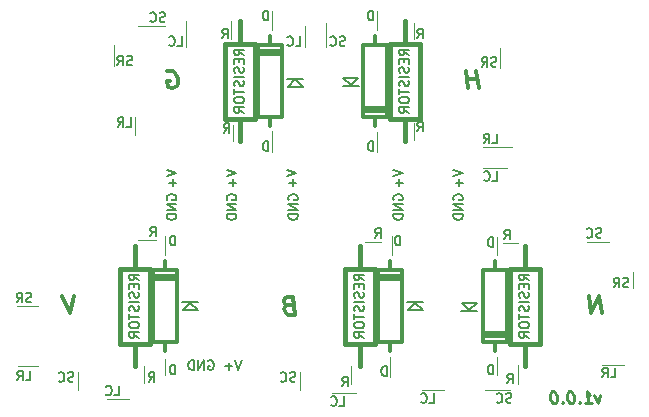
<source format=gbo>
G04 (created by PCBNEW (2013-may-18)-stable) date Sun 23 Aug 2015 10:12:23 PM EDT*
%MOIN*%
G04 Gerber Fmt 3.4, Leading zero omitted, Abs format*
%FSLAX34Y34*%
G01*
G70*
G90*
G04 APERTURE LIST*
%ADD10C,0.00590551*%
%ADD11C,0.011811*%
%ADD12C,0.00984252*%
%ADD13C,0.00393701*%
%ADD14C,0.00787402*%
%ADD15C,0.015*%
%ADD16C,0.012*%
G04 APERTURE END LIST*
G54D10*
G54D11*
X58048Y-54239D02*
X57974Y-53648D01*
X57711Y-54239D01*
X57637Y-53648D01*
X40452Y-53648D02*
X40329Y-54239D01*
X40059Y-53648D01*
X47599Y-53979D02*
X47518Y-54007D01*
X47493Y-54035D01*
X47472Y-54092D01*
X47483Y-54176D01*
X47518Y-54232D01*
X47549Y-54260D01*
X47609Y-54289D01*
X47834Y-54289D01*
X47760Y-53698D01*
X47563Y-53698D01*
X47511Y-53726D01*
X47486Y-53754D01*
X47465Y-53810D01*
X47472Y-53867D01*
X47507Y-53923D01*
X47539Y-53951D01*
X47599Y-53979D01*
X47795Y-53979D01*
X53948Y-46739D02*
X53874Y-46148D01*
X53909Y-46429D02*
X53572Y-46429D01*
X53611Y-46739D02*
X53537Y-46148D01*
G54D12*
X58000Y-56976D02*
X57939Y-57239D01*
X57813Y-56976D01*
X57489Y-57239D02*
X57714Y-57239D01*
X57602Y-57239D02*
X57553Y-56845D01*
X57597Y-56901D01*
X57639Y-56939D01*
X57679Y-56958D01*
X57316Y-57201D02*
X57300Y-57220D01*
X57321Y-57239D01*
X57337Y-57220D01*
X57316Y-57201D01*
X57321Y-57239D01*
X57009Y-56845D02*
X56971Y-56845D01*
X56936Y-56864D01*
X56920Y-56883D01*
X56906Y-56920D01*
X56896Y-56995D01*
X56908Y-57089D01*
X56936Y-57164D01*
X56960Y-57201D01*
X56981Y-57220D01*
X57021Y-57239D01*
X57058Y-57239D01*
X57093Y-57220D01*
X57110Y-57201D01*
X57124Y-57164D01*
X57133Y-57089D01*
X57121Y-56995D01*
X57093Y-56920D01*
X57070Y-56883D01*
X57049Y-56864D01*
X57009Y-56845D01*
X56754Y-57201D02*
X56737Y-57220D01*
X56758Y-57239D01*
X56775Y-57220D01*
X56754Y-57201D01*
X56758Y-57239D01*
X56447Y-56845D02*
X56409Y-56845D01*
X56374Y-56864D01*
X56357Y-56883D01*
X56343Y-56920D01*
X56334Y-56995D01*
X56346Y-57089D01*
X56374Y-57164D01*
X56397Y-57201D01*
X56418Y-57220D01*
X56458Y-57239D01*
X56496Y-57239D01*
X56531Y-57220D01*
X56547Y-57201D01*
X56561Y-57164D01*
X56571Y-57089D01*
X56559Y-56995D01*
X56531Y-56920D01*
X56507Y-56883D01*
X56486Y-56864D01*
X56447Y-56845D01*
G54D11*
X43554Y-46176D02*
X43607Y-46148D01*
X43691Y-46148D01*
X43779Y-46176D01*
X43843Y-46232D01*
X43878Y-46289D01*
X43920Y-46401D01*
X43931Y-46485D01*
X43916Y-46598D01*
X43895Y-46654D01*
X43846Y-46710D01*
X43765Y-46739D01*
X43709Y-46739D01*
X43621Y-46710D01*
X43590Y-46682D01*
X43565Y-46485D01*
X43677Y-46485D01*
G54D13*
X51050Y-51650D02*
X51050Y-52300D01*
X54550Y-51700D02*
X54550Y-52300D01*
X54750Y-51900D02*
X55250Y-51900D01*
X57550Y-51850D02*
X58300Y-51850D01*
X59100Y-53400D02*
X59100Y-52850D01*
X58050Y-55950D02*
X58800Y-55950D01*
X55250Y-56600D02*
X55250Y-55950D01*
X54550Y-56300D02*
X54550Y-55700D01*
X55000Y-56800D02*
X54150Y-56800D01*
X52050Y-56800D02*
X52800Y-56800D01*
X51000Y-56350D02*
X51000Y-55700D01*
X49700Y-56600D02*
X49700Y-56000D01*
X49050Y-56900D02*
X49850Y-56900D01*
X48000Y-56200D02*
X48000Y-56800D01*
X42800Y-56550D02*
X42800Y-56000D01*
X41550Y-57100D02*
X42300Y-57100D01*
X40600Y-56200D02*
X40600Y-56800D01*
X38600Y-56000D02*
X39250Y-56000D01*
X38550Y-54000D02*
X39250Y-54000D01*
X43500Y-56300D02*
X43500Y-55750D01*
X43500Y-51650D02*
X43500Y-52300D01*
X43200Y-51800D02*
X42600Y-51800D01*
X42500Y-47700D02*
X42500Y-48300D01*
X50700Y-51850D02*
X50150Y-51850D01*
X45750Y-47950D02*
X45750Y-48500D01*
X47050Y-48850D02*
X47050Y-48150D01*
X50550Y-48850D02*
X50550Y-48200D01*
X51800Y-47900D02*
X51800Y-48450D01*
X54100Y-49400D02*
X54900Y-49400D01*
X54100Y-48700D02*
X55050Y-48700D01*
X54650Y-46050D02*
X54650Y-45400D01*
X51800Y-45100D02*
X51800Y-44550D01*
X50550Y-44150D02*
X50550Y-44800D01*
X48850Y-45350D02*
X48850Y-44550D01*
X48150Y-45350D02*
X48150Y-44650D01*
X47050Y-44150D02*
X47050Y-44800D01*
X45700Y-45100D02*
X45700Y-44500D01*
X41800Y-46000D02*
X41800Y-45300D01*
X44200Y-45350D02*
X44200Y-44500D01*
X43500Y-44650D02*
X42600Y-44650D01*
G54D14*
X51987Y-54137D02*
X51587Y-54137D01*
X51587Y-54137D02*
X51837Y-53887D01*
X51837Y-53887D02*
X52087Y-54137D01*
X52087Y-54137D02*
X51962Y-54137D01*
X51575Y-53875D02*
X52100Y-53875D01*
X44487Y-54137D02*
X44087Y-54137D01*
X44087Y-54137D02*
X44337Y-53887D01*
X44337Y-53887D02*
X44587Y-54137D01*
X44587Y-54137D02*
X44462Y-54137D01*
X44075Y-53875D02*
X44600Y-53875D01*
X47987Y-46687D02*
X47587Y-46687D01*
X47587Y-46687D02*
X47837Y-46437D01*
X47837Y-46437D02*
X48087Y-46687D01*
X48087Y-46687D02*
X47962Y-46687D01*
X47575Y-46425D02*
X48100Y-46425D01*
X49950Y-46650D02*
X49425Y-46650D01*
X49437Y-46387D02*
X49562Y-46387D01*
X49687Y-46637D02*
X49437Y-46387D01*
X49937Y-46387D02*
X49687Y-46637D01*
X49537Y-46387D02*
X49937Y-46387D01*
X53487Y-53887D02*
X53887Y-53887D01*
X53887Y-53887D02*
X53637Y-54137D01*
X53637Y-54137D02*
X53387Y-53887D01*
X53387Y-53887D02*
X53512Y-53887D01*
X53900Y-54150D02*
X53375Y-54150D01*
X54802Y-51777D02*
X54907Y-51627D01*
X54982Y-51777D02*
X54982Y-51462D01*
X54862Y-51462D01*
X54832Y-51477D01*
X54817Y-51492D01*
X54802Y-51522D01*
X54802Y-51567D01*
X54817Y-51597D01*
X54832Y-51612D01*
X54862Y-51627D01*
X54982Y-51627D01*
X54902Y-56577D02*
X55007Y-56427D01*
X55082Y-56577D02*
X55082Y-56262D01*
X54962Y-56262D01*
X54932Y-56277D01*
X54917Y-56292D01*
X54902Y-56322D01*
X54902Y-56367D01*
X54917Y-56397D01*
X54932Y-56412D01*
X54962Y-56427D01*
X55082Y-56427D01*
X54432Y-52027D02*
X54432Y-51712D01*
X54357Y-51712D01*
X54312Y-51727D01*
X54282Y-51757D01*
X54267Y-51787D01*
X54252Y-51847D01*
X54252Y-51892D01*
X54267Y-51952D01*
X54282Y-51982D01*
X54312Y-52012D01*
X54357Y-52027D01*
X54432Y-52027D01*
X54432Y-56277D02*
X54432Y-55962D01*
X54357Y-55962D01*
X54312Y-55977D01*
X54282Y-56007D01*
X54267Y-56037D01*
X54252Y-56097D01*
X54252Y-56142D01*
X54267Y-56202D01*
X54282Y-56232D01*
X54312Y-56262D01*
X54357Y-56277D01*
X54432Y-56277D01*
X58047Y-51712D02*
X58002Y-51727D01*
X57927Y-51727D01*
X57897Y-51712D01*
X57882Y-51697D01*
X57867Y-51667D01*
X57867Y-51637D01*
X57882Y-51607D01*
X57897Y-51592D01*
X57927Y-51577D01*
X57987Y-51562D01*
X58017Y-51547D01*
X58032Y-51532D01*
X58047Y-51502D01*
X58047Y-51472D01*
X58032Y-51442D01*
X58017Y-51427D01*
X57987Y-51412D01*
X57912Y-51412D01*
X57867Y-51427D01*
X57552Y-51697D02*
X57567Y-51712D01*
X57612Y-51727D01*
X57642Y-51727D01*
X57687Y-51712D01*
X57717Y-51682D01*
X57732Y-51652D01*
X57747Y-51592D01*
X57747Y-51547D01*
X57732Y-51487D01*
X57717Y-51457D01*
X57687Y-51427D01*
X57642Y-51412D01*
X57612Y-51412D01*
X57567Y-51427D01*
X57552Y-51442D01*
X58947Y-53362D02*
X58902Y-53377D01*
X58827Y-53377D01*
X58797Y-53362D01*
X58782Y-53347D01*
X58767Y-53317D01*
X58767Y-53287D01*
X58782Y-53257D01*
X58797Y-53242D01*
X58827Y-53227D01*
X58887Y-53212D01*
X58917Y-53197D01*
X58932Y-53182D01*
X58947Y-53152D01*
X58947Y-53122D01*
X58932Y-53092D01*
X58917Y-53077D01*
X58887Y-53062D01*
X58812Y-53062D01*
X58767Y-53077D01*
X58452Y-53377D02*
X58557Y-53227D01*
X58632Y-53377D02*
X58632Y-53062D01*
X58512Y-53062D01*
X58482Y-53077D01*
X58467Y-53092D01*
X58452Y-53122D01*
X58452Y-53167D01*
X58467Y-53197D01*
X58482Y-53212D01*
X58512Y-53227D01*
X58632Y-53227D01*
X58359Y-56377D02*
X58509Y-56377D01*
X58509Y-56062D01*
X58075Y-56377D02*
X58180Y-56227D01*
X58255Y-56377D02*
X58255Y-56062D01*
X58135Y-56062D01*
X58105Y-56077D01*
X58090Y-56092D01*
X58075Y-56122D01*
X58075Y-56167D01*
X58090Y-56197D01*
X58105Y-56212D01*
X58135Y-56227D01*
X58255Y-56227D01*
X50502Y-51727D02*
X50607Y-51577D01*
X50682Y-51727D02*
X50682Y-51412D01*
X50562Y-51412D01*
X50532Y-51427D01*
X50517Y-51442D01*
X50502Y-51472D01*
X50502Y-51517D01*
X50517Y-51547D01*
X50532Y-51562D01*
X50562Y-51577D01*
X50682Y-51577D01*
X51332Y-51977D02*
X51332Y-51662D01*
X51257Y-51662D01*
X51212Y-51677D01*
X51182Y-51707D01*
X51167Y-51737D01*
X51152Y-51797D01*
X51152Y-51842D01*
X51167Y-51902D01*
X51182Y-51932D01*
X51212Y-51962D01*
X51257Y-51977D01*
X51332Y-51977D01*
X50882Y-56327D02*
X50882Y-56012D01*
X50807Y-56012D01*
X50762Y-56027D01*
X50732Y-56057D01*
X50717Y-56087D01*
X50702Y-56147D01*
X50702Y-56192D01*
X50717Y-56252D01*
X50732Y-56282D01*
X50762Y-56312D01*
X50807Y-56327D01*
X50882Y-56327D01*
X55047Y-57212D02*
X55002Y-57227D01*
X54927Y-57227D01*
X54897Y-57212D01*
X54882Y-57197D01*
X54867Y-57167D01*
X54867Y-57137D01*
X54882Y-57107D01*
X54897Y-57092D01*
X54927Y-57077D01*
X54987Y-57062D01*
X55017Y-57047D01*
X55032Y-57032D01*
X55047Y-57002D01*
X55047Y-56972D01*
X55032Y-56942D01*
X55017Y-56927D01*
X54987Y-56912D01*
X54912Y-56912D01*
X54867Y-56927D01*
X54552Y-57197D02*
X54567Y-57212D01*
X54612Y-57227D01*
X54642Y-57227D01*
X54687Y-57212D01*
X54717Y-57182D01*
X54732Y-57152D01*
X54747Y-57092D01*
X54747Y-57047D01*
X54732Y-56987D01*
X54717Y-56957D01*
X54687Y-56927D01*
X54642Y-56912D01*
X54612Y-56912D01*
X54567Y-56927D01*
X54552Y-56942D01*
X52309Y-57227D02*
X52459Y-57227D01*
X52459Y-56912D01*
X52025Y-57197D02*
X52040Y-57212D01*
X52085Y-57227D01*
X52115Y-57227D01*
X52160Y-57212D01*
X52190Y-57182D01*
X52205Y-57152D01*
X52220Y-57092D01*
X52220Y-57047D01*
X52205Y-56987D01*
X52190Y-56957D01*
X52160Y-56927D01*
X52115Y-56912D01*
X52085Y-56912D01*
X52040Y-56927D01*
X52025Y-56942D01*
X43002Y-51677D02*
X43107Y-51527D01*
X43182Y-51677D02*
X43182Y-51362D01*
X43062Y-51362D01*
X43032Y-51377D01*
X43017Y-51392D01*
X43002Y-51422D01*
X43002Y-51467D01*
X43017Y-51497D01*
X43032Y-51512D01*
X43062Y-51527D01*
X43182Y-51527D01*
X43832Y-51977D02*
X43832Y-51662D01*
X43757Y-51662D01*
X43712Y-51677D01*
X43682Y-51707D01*
X43667Y-51737D01*
X43652Y-51797D01*
X43652Y-51842D01*
X43667Y-51902D01*
X43682Y-51932D01*
X43712Y-51962D01*
X43757Y-51977D01*
X43832Y-51977D01*
X49402Y-56677D02*
X49507Y-56527D01*
X49582Y-56677D02*
X49582Y-56362D01*
X49462Y-56362D01*
X49432Y-56377D01*
X49417Y-56392D01*
X49402Y-56422D01*
X49402Y-56467D01*
X49417Y-56497D01*
X49432Y-56512D01*
X49462Y-56527D01*
X49582Y-56527D01*
X49309Y-57327D02*
X49459Y-57327D01*
X49459Y-57012D01*
X49025Y-57297D02*
X49040Y-57312D01*
X49085Y-57327D01*
X49115Y-57327D01*
X49160Y-57312D01*
X49190Y-57282D01*
X49205Y-57252D01*
X49220Y-57192D01*
X49220Y-57147D01*
X49205Y-57087D01*
X49190Y-57057D01*
X49160Y-57027D01*
X49115Y-57012D01*
X49085Y-57012D01*
X49040Y-57027D01*
X49025Y-57042D01*
X47847Y-56512D02*
X47802Y-56527D01*
X47727Y-56527D01*
X47697Y-56512D01*
X47682Y-56497D01*
X47667Y-56467D01*
X47667Y-56437D01*
X47682Y-56407D01*
X47697Y-56392D01*
X47727Y-56377D01*
X47787Y-56362D01*
X47817Y-56347D01*
X47832Y-56332D01*
X47847Y-56302D01*
X47847Y-56272D01*
X47832Y-56242D01*
X47817Y-56227D01*
X47787Y-56212D01*
X47712Y-56212D01*
X47667Y-56227D01*
X47352Y-56497D02*
X47367Y-56512D01*
X47412Y-56527D01*
X47442Y-56527D01*
X47487Y-56512D01*
X47517Y-56482D01*
X47532Y-56452D01*
X47547Y-56392D01*
X47547Y-56347D01*
X47532Y-56287D01*
X47517Y-56257D01*
X47487Y-56227D01*
X47442Y-56212D01*
X47412Y-56212D01*
X47367Y-56227D01*
X47352Y-56242D01*
X43832Y-56277D02*
X43832Y-55962D01*
X43757Y-55962D01*
X43712Y-55977D01*
X43682Y-56007D01*
X43667Y-56037D01*
X43652Y-56097D01*
X43652Y-56142D01*
X43667Y-56202D01*
X43682Y-56232D01*
X43712Y-56262D01*
X43757Y-56277D01*
X43832Y-56277D01*
X42952Y-56527D02*
X43057Y-56377D01*
X43132Y-56527D02*
X43132Y-56212D01*
X43012Y-56212D01*
X42982Y-56227D01*
X42967Y-56242D01*
X42952Y-56272D01*
X42952Y-56317D01*
X42967Y-56347D01*
X42982Y-56362D01*
X43012Y-56377D01*
X43132Y-56377D01*
X41809Y-56977D02*
X41959Y-56977D01*
X41959Y-56662D01*
X41525Y-56947D02*
X41540Y-56962D01*
X41585Y-56977D01*
X41615Y-56977D01*
X41660Y-56962D01*
X41690Y-56932D01*
X41705Y-56902D01*
X41720Y-56842D01*
X41720Y-56797D01*
X41705Y-56737D01*
X41690Y-56707D01*
X41660Y-56677D01*
X41615Y-56662D01*
X41585Y-56662D01*
X41540Y-56677D01*
X41525Y-56692D01*
X40447Y-56512D02*
X40402Y-56527D01*
X40327Y-56527D01*
X40297Y-56512D01*
X40282Y-56497D01*
X40267Y-56467D01*
X40267Y-56437D01*
X40282Y-56407D01*
X40297Y-56392D01*
X40327Y-56377D01*
X40387Y-56362D01*
X40417Y-56347D01*
X40432Y-56332D01*
X40447Y-56302D01*
X40447Y-56272D01*
X40432Y-56242D01*
X40417Y-56227D01*
X40387Y-56212D01*
X40312Y-56212D01*
X40267Y-56227D01*
X39952Y-56497D02*
X39967Y-56512D01*
X40012Y-56527D01*
X40042Y-56527D01*
X40087Y-56512D01*
X40117Y-56482D01*
X40132Y-56452D01*
X40147Y-56392D01*
X40147Y-56347D01*
X40132Y-56287D01*
X40117Y-56257D01*
X40087Y-56227D01*
X40042Y-56212D01*
X40012Y-56212D01*
X39967Y-56227D01*
X39952Y-56242D01*
X38859Y-56477D02*
X39009Y-56477D01*
X39009Y-56162D01*
X38575Y-56477D02*
X38680Y-56327D01*
X38755Y-56477D02*
X38755Y-56162D01*
X38635Y-56162D01*
X38605Y-56177D01*
X38590Y-56192D01*
X38575Y-56222D01*
X38575Y-56267D01*
X38590Y-56297D01*
X38605Y-56312D01*
X38635Y-56327D01*
X38755Y-56327D01*
X39047Y-53862D02*
X39002Y-53877D01*
X38927Y-53877D01*
X38897Y-53862D01*
X38882Y-53847D01*
X38867Y-53817D01*
X38867Y-53787D01*
X38882Y-53757D01*
X38897Y-53742D01*
X38927Y-53727D01*
X38987Y-53712D01*
X39017Y-53697D01*
X39032Y-53682D01*
X39047Y-53652D01*
X39047Y-53622D01*
X39032Y-53592D01*
X39017Y-53577D01*
X38987Y-53562D01*
X38912Y-53562D01*
X38867Y-53577D01*
X38552Y-53877D02*
X38657Y-53727D01*
X38732Y-53877D02*
X38732Y-53562D01*
X38612Y-53562D01*
X38582Y-53577D01*
X38567Y-53592D01*
X38552Y-53622D01*
X38552Y-53667D01*
X38567Y-53697D01*
X38582Y-53712D01*
X38612Y-53727D01*
X38732Y-53727D01*
X46932Y-44477D02*
X46932Y-44162D01*
X46857Y-44162D01*
X46812Y-44177D01*
X46782Y-44207D01*
X46767Y-44237D01*
X46752Y-44297D01*
X46752Y-44342D01*
X46767Y-44402D01*
X46782Y-44432D01*
X46812Y-44462D01*
X46857Y-44477D01*
X46932Y-44477D01*
X46932Y-48827D02*
X46932Y-48512D01*
X46857Y-48512D01*
X46812Y-48527D01*
X46782Y-48557D01*
X46767Y-48587D01*
X46752Y-48647D01*
X46752Y-48692D01*
X46767Y-48752D01*
X46782Y-48782D01*
X46812Y-48812D01*
X46857Y-48827D01*
X46932Y-48827D01*
X50432Y-48827D02*
X50432Y-48512D01*
X50357Y-48512D01*
X50312Y-48527D01*
X50282Y-48557D01*
X50267Y-48587D01*
X50252Y-48647D01*
X50252Y-48692D01*
X50267Y-48752D01*
X50282Y-48782D01*
X50312Y-48812D01*
X50357Y-48827D01*
X50432Y-48827D01*
X50432Y-44477D02*
X50432Y-44162D01*
X50357Y-44162D01*
X50312Y-44177D01*
X50282Y-44207D01*
X50267Y-44237D01*
X50252Y-44297D01*
X50252Y-44342D01*
X50267Y-44402D01*
X50282Y-44432D01*
X50312Y-44462D01*
X50357Y-44477D01*
X50432Y-44477D01*
X54409Y-49827D02*
X54559Y-49827D01*
X54559Y-49512D01*
X54125Y-49797D02*
X54140Y-49812D01*
X54185Y-49827D01*
X54215Y-49827D01*
X54260Y-49812D01*
X54290Y-49782D01*
X54305Y-49752D01*
X54320Y-49692D01*
X54320Y-49647D01*
X54305Y-49587D01*
X54290Y-49557D01*
X54260Y-49527D01*
X54215Y-49512D01*
X54185Y-49512D01*
X54140Y-49527D01*
X54125Y-49542D01*
X46049Y-55812D02*
X45944Y-56127D01*
X45839Y-55812D01*
X45735Y-56007D02*
X45495Y-56007D01*
X45615Y-56127D02*
X45615Y-55887D01*
X44939Y-55827D02*
X44969Y-55812D01*
X45014Y-55812D01*
X45059Y-55827D01*
X45089Y-55857D01*
X45104Y-55887D01*
X45119Y-55947D01*
X45119Y-55992D01*
X45104Y-56052D01*
X45089Y-56082D01*
X45059Y-56112D01*
X45014Y-56127D01*
X44984Y-56127D01*
X44939Y-56112D01*
X44924Y-56097D01*
X44924Y-55992D01*
X44984Y-55992D01*
X44789Y-56127D02*
X44789Y-55812D01*
X44610Y-56127D01*
X44610Y-55812D01*
X44460Y-56127D02*
X44460Y-55812D01*
X44385Y-55812D01*
X44340Y-55827D01*
X44310Y-55857D01*
X44295Y-55887D01*
X44280Y-55947D01*
X44280Y-55992D01*
X44295Y-56052D01*
X44310Y-56082D01*
X44340Y-56112D01*
X44385Y-56127D01*
X44460Y-56127D01*
X53127Y-50460D02*
X53112Y-50430D01*
X53112Y-50385D01*
X53127Y-50340D01*
X53157Y-50310D01*
X53187Y-50295D01*
X53247Y-50280D01*
X53292Y-50280D01*
X53352Y-50295D01*
X53382Y-50310D01*
X53412Y-50340D01*
X53427Y-50385D01*
X53427Y-50415D01*
X53412Y-50460D01*
X53397Y-50475D01*
X53292Y-50475D01*
X53292Y-50415D01*
X53427Y-50610D02*
X53112Y-50610D01*
X53427Y-50789D01*
X53112Y-50789D01*
X53427Y-50939D02*
X53112Y-50939D01*
X53112Y-51014D01*
X53127Y-51059D01*
X53157Y-51089D01*
X53187Y-51104D01*
X53247Y-51119D01*
X53292Y-51119D01*
X53352Y-51104D01*
X53382Y-51089D01*
X53412Y-51059D01*
X53427Y-51014D01*
X53427Y-50939D01*
X53112Y-49450D02*
X53427Y-49555D01*
X53112Y-49660D01*
X53307Y-49764D02*
X53307Y-50004D01*
X53427Y-49884D02*
X53187Y-49884D01*
X47627Y-50460D02*
X47612Y-50430D01*
X47612Y-50385D01*
X47627Y-50340D01*
X47657Y-50310D01*
X47687Y-50295D01*
X47747Y-50280D01*
X47792Y-50280D01*
X47852Y-50295D01*
X47882Y-50310D01*
X47912Y-50340D01*
X47927Y-50385D01*
X47927Y-50415D01*
X47912Y-50460D01*
X47897Y-50475D01*
X47792Y-50475D01*
X47792Y-50415D01*
X47927Y-50610D02*
X47612Y-50610D01*
X47927Y-50789D01*
X47612Y-50789D01*
X47927Y-50939D02*
X47612Y-50939D01*
X47612Y-51014D01*
X47627Y-51059D01*
X47657Y-51089D01*
X47687Y-51104D01*
X47747Y-51119D01*
X47792Y-51119D01*
X47852Y-51104D01*
X47882Y-51089D01*
X47912Y-51059D01*
X47927Y-51014D01*
X47927Y-50939D01*
X45577Y-50460D02*
X45562Y-50430D01*
X45562Y-50385D01*
X45577Y-50340D01*
X45607Y-50310D01*
X45637Y-50295D01*
X45697Y-50280D01*
X45742Y-50280D01*
X45802Y-50295D01*
X45832Y-50310D01*
X45862Y-50340D01*
X45877Y-50385D01*
X45877Y-50415D01*
X45862Y-50460D01*
X45847Y-50475D01*
X45742Y-50475D01*
X45742Y-50415D01*
X45877Y-50610D02*
X45562Y-50610D01*
X45877Y-50789D01*
X45562Y-50789D01*
X45877Y-50939D02*
X45562Y-50939D01*
X45562Y-51014D01*
X45577Y-51059D01*
X45607Y-51089D01*
X45637Y-51104D01*
X45697Y-51119D01*
X45742Y-51119D01*
X45802Y-51104D01*
X45832Y-51089D01*
X45862Y-51059D01*
X45877Y-51014D01*
X45877Y-50939D01*
X47562Y-49450D02*
X47877Y-49555D01*
X47562Y-49660D01*
X47757Y-49764D02*
X47757Y-50004D01*
X47877Y-49884D02*
X47637Y-49884D01*
X45562Y-49450D02*
X45877Y-49555D01*
X45562Y-49660D01*
X45757Y-49764D02*
X45757Y-50004D01*
X45877Y-49884D02*
X45637Y-49884D01*
X43577Y-50460D02*
X43562Y-50430D01*
X43562Y-50385D01*
X43577Y-50340D01*
X43607Y-50310D01*
X43637Y-50295D01*
X43697Y-50280D01*
X43742Y-50280D01*
X43802Y-50295D01*
X43832Y-50310D01*
X43862Y-50340D01*
X43877Y-50385D01*
X43877Y-50415D01*
X43862Y-50460D01*
X43847Y-50475D01*
X43742Y-50475D01*
X43742Y-50415D01*
X43877Y-50610D02*
X43562Y-50610D01*
X43877Y-50789D01*
X43562Y-50789D01*
X43877Y-50939D02*
X43562Y-50939D01*
X43562Y-51014D01*
X43577Y-51059D01*
X43607Y-51089D01*
X43637Y-51104D01*
X43697Y-51119D01*
X43742Y-51119D01*
X43802Y-51104D01*
X43832Y-51089D01*
X43862Y-51059D01*
X43877Y-51014D01*
X43877Y-50939D01*
X43562Y-49450D02*
X43877Y-49555D01*
X43562Y-49660D01*
X43757Y-49764D02*
X43757Y-50004D01*
X43877Y-49884D02*
X43637Y-49884D01*
X51127Y-50460D02*
X51112Y-50430D01*
X51112Y-50385D01*
X51127Y-50340D01*
X51157Y-50310D01*
X51187Y-50295D01*
X51247Y-50280D01*
X51292Y-50280D01*
X51352Y-50295D01*
X51382Y-50310D01*
X51412Y-50340D01*
X51427Y-50385D01*
X51427Y-50415D01*
X51412Y-50460D01*
X51397Y-50475D01*
X51292Y-50475D01*
X51292Y-50415D01*
X51427Y-50610D02*
X51112Y-50610D01*
X51427Y-50789D01*
X51112Y-50789D01*
X51427Y-50939D02*
X51112Y-50939D01*
X51112Y-51014D01*
X51127Y-51059D01*
X51157Y-51089D01*
X51187Y-51104D01*
X51247Y-51119D01*
X51292Y-51119D01*
X51352Y-51104D01*
X51382Y-51089D01*
X51412Y-51059D01*
X51427Y-51014D01*
X51427Y-50939D01*
X51112Y-49450D02*
X51427Y-49555D01*
X51112Y-49660D01*
X51307Y-49764D02*
X51307Y-50004D01*
X51427Y-49884D02*
X51187Y-49884D01*
X51902Y-48177D02*
X52007Y-48027D01*
X52082Y-48177D02*
X52082Y-47862D01*
X51962Y-47862D01*
X51932Y-47877D01*
X51917Y-47892D01*
X51902Y-47922D01*
X51902Y-47967D01*
X51917Y-47997D01*
X51932Y-48012D01*
X51962Y-48027D01*
X52082Y-48027D01*
X51902Y-45077D02*
X52007Y-44927D01*
X52082Y-45077D02*
X52082Y-44762D01*
X51962Y-44762D01*
X51932Y-44777D01*
X51917Y-44792D01*
X51902Y-44822D01*
X51902Y-44867D01*
X51917Y-44897D01*
X51932Y-44912D01*
X51962Y-44927D01*
X52082Y-44927D01*
X54409Y-48577D02*
X54559Y-48577D01*
X54559Y-48262D01*
X54125Y-48577D02*
X54230Y-48427D01*
X54305Y-48577D02*
X54305Y-48262D01*
X54185Y-48262D01*
X54155Y-48277D01*
X54140Y-48292D01*
X54125Y-48322D01*
X54125Y-48367D01*
X54140Y-48397D01*
X54155Y-48412D01*
X54185Y-48427D01*
X54305Y-48427D01*
X54547Y-46012D02*
X54502Y-46027D01*
X54427Y-46027D01*
X54397Y-46012D01*
X54382Y-45997D01*
X54367Y-45967D01*
X54367Y-45937D01*
X54382Y-45907D01*
X54397Y-45892D01*
X54427Y-45877D01*
X54487Y-45862D01*
X54517Y-45847D01*
X54532Y-45832D01*
X54547Y-45802D01*
X54547Y-45772D01*
X54532Y-45742D01*
X54517Y-45727D01*
X54487Y-45712D01*
X54412Y-45712D01*
X54367Y-45727D01*
X54052Y-46027D02*
X54157Y-45877D01*
X54232Y-46027D02*
X54232Y-45712D01*
X54112Y-45712D01*
X54082Y-45727D01*
X54067Y-45742D01*
X54052Y-45772D01*
X54052Y-45817D01*
X54067Y-45847D01*
X54082Y-45862D01*
X54112Y-45877D01*
X54232Y-45877D01*
X42209Y-48027D02*
X42359Y-48027D01*
X42359Y-47712D01*
X41925Y-48027D02*
X42030Y-47877D01*
X42105Y-48027D02*
X42105Y-47712D01*
X41985Y-47712D01*
X41955Y-47727D01*
X41940Y-47742D01*
X41925Y-47772D01*
X41925Y-47817D01*
X41940Y-47847D01*
X41955Y-47862D01*
X41985Y-47877D01*
X42105Y-47877D01*
X45452Y-48227D02*
X45557Y-48077D01*
X45632Y-48227D02*
X45632Y-47912D01*
X45512Y-47912D01*
X45482Y-47927D01*
X45467Y-47942D01*
X45452Y-47972D01*
X45452Y-48017D01*
X45467Y-48047D01*
X45482Y-48062D01*
X45512Y-48077D01*
X45632Y-48077D01*
X45402Y-45077D02*
X45507Y-44927D01*
X45582Y-45077D02*
X45582Y-44762D01*
X45462Y-44762D01*
X45432Y-44777D01*
X45417Y-44792D01*
X45402Y-44822D01*
X45402Y-44867D01*
X45417Y-44897D01*
X45432Y-44912D01*
X45462Y-44927D01*
X45582Y-44927D01*
X49497Y-45312D02*
X49452Y-45327D01*
X49377Y-45327D01*
X49347Y-45312D01*
X49332Y-45297D01*
X49317Y-45267D01*
X49317Y-45237D01*
X49332Y-45207D01*
X49347Y-45192D01*
X49377Y-45177D01*
X49437Y-45162D01*
X49467Y-45147D01*
X49482Y-45132D01*
X49497Y-45102D01*
X49497Y-45072D01*
X49482Y-45042D01*
X49467Y-45027D01*
X49437Y-45012D01*
X49362Y-45012D01*
X49317Y-45027D01*
X49002Y-45297D02*
X49017Y-45312D01*
X49062Y-45327D01*
X49092Y-45327D01*
X49137Y-45312D01*
X49167Y-45282D01*
X49182Y-45252D01*
X49197Y-45192D01*
X49197Y-45147D01*
X49182Y-45087D01*
X49167Y-45057D01*
X49137Y-45027D01*
X49092Y-45012D01*
X49062Y-45012D01*
X49017Y-45027D01*
X49002Y-45042D01*
X47859Y-45327D02*
X48009Y-45327D01*
X48009Y-45012D01*
X47575Y-45297D02*
X47590Y-45312D01*
X47635Y-45327D01*
X47665Y-45327D01*
X47710Y-45312D01*
X47740Y-45282D01*
X47755Y-45252D01*
X47770Y-45192D01*
X47770Y-45147D01*
X47755Y-45087D01*
X47740Y-45057D01*
X47710Y-45027D01*
X47665Y-45012D01*
X47635Y-45012D01*
X47590Y-45027D01*
X47575Y-45042D01*
X42397Y-45962D02*
X42352Y-45977D01*
X42277Y-45977D01*
X42247Y-45962D01*
X42232Y-45947D01*
X42217Y-45917D01*
X42217Y-45887D01*
X42232Y-45857D01*
X42247Y-45842D01*
X42277Y-45827D01*
X42337Y-45812D01*
X42367Y-45797D01*
X42382Y-45782D01*
X42397Y-45752D01*
X42397Y-45722D01*
X42382Y-45692D01*
X42367Y-45677D01*
X42337Y-45662D01*
X42262Y-45662D01*
X42217Y-45677D01*
X41902Y-45977D02*
X42007Y-45827D01*
X42082Y-45977D02*
X42082Y-45662D01*
X41962Y-45662D01*
X41932Y-45677D01*
X41917Y-45692D01*
X41902Y-45722D01*
X41902Y-45767D01*
X41917Y-45797D01*
X41932Y-45812D01*
X41962Y-45827D01*
X42082Y-45827D01*
X43497Y-44512D02*
X43452Y-44527D01*
X43377Y-44527D01*
X43347Y-44512D01*
X43332Y-44497D01*
X43317Y-44467D01*
X43317Y-44437D01*
X43332Y-44407D01*
X43347Y-44392D01*
X43377Y-44377D01*
X43437Y-44362D01*
X43467Y-44347D01*
X43482Y-44332D01*
X43497Y-44302D01*
X43497Y-44272D01*
X43482Y-44242D01*
X43467Y-44227D01*
X43437Y-44212D01*
X43362Y-44212D01*
X43317Y-44227D01*
X43002Y-44497D02*
X43017Y-44512D01*
X43062Y-44527D01*
X43092Y-44527D01*
X43137Y-44512D01*
X43167Y-44482D01*
X43182Y-44452D01*
X43197Y-44392D01*
X43197Y-44347D01*
X43182Y-44287D01*
X43167Y-44257D01*
X43137Y-44227D01*
X43092Y-44212D01*
X43062Y-44212D01*
X43017Y-44227D01*
X43002Y-44242D01*
X43909Y-45327D02*
X44059Y-45327D01*
X44059Y-45012D01*
X43625Y-45297D02*
X43640Y-45312D01*
X43685Y-45327D01*
X43715Y-45327D01*
X43760Y-45312D01*
X43790Y-45282D01*
X43805Y-45252D01*
X43820Y-45192D01*
X43820Y-45147D01*
X43805Y-45087D01*
X43790Y-45057D01*
X43760Y-45027D01*
X43715Y-45012D01*
X43685Y-45012D01*
X43640Y-45027D01*
X43625Y-45042D01*
G54D15*
X55000Y-52750D02*
X55000Y-55250D01*
X55000Y-55250D02*
X56000Y-55250D01*
X56000Y-55250D02*
X56000Y-52750D01*
X56000Y-52750D02*
X55000Y-52750D01*
X55500Y-56000D02*
X55500Y-55250D01*
X55500Y-52000D02*
X55500Y-52750D01*
X50500Y-55250D02*
X50500Y-52750D01*
X50500Y-52750D02*
X49500Y-52750D01*
X49500Y-52750D02*
X49500Y-55250D01*
X49500Y-55250D02*
X50500Y-55250D01*
X50000Y-52000D02*
X50000Y-52750D01*
X50000Y-56000D02*
X50000Y-55250D01*
X51000Y-45250D02*
X51000Y-47750D01*
X51000Y-47750D02*
X52000Y-47750D01*
X52000Y-47750D02*
X52000Y-45250D01*
X52000Y-45250D02*
X51000Y-45250D01*
X51500Y-48500D02*
X51500Y-47750D01*
X51500Y-44500D02*
X51500Y-45250D01*
X43000Y-55250D02*
X43000Y-52750D01*
X43000Y-52750D02*
X42000Y-52750D01*
X42000Y-52750D02*
X42000Y-55250D01*
X42000Y-55250D02*
X43000Y-55250D01*
X42500Y-52000D02*
X42500Y-52750D01*
X42500Y-56000D02*
X42500Y-55250D01*
X46500Y-47750D02*
X46500Y-45250D01*
X46500Y-45250D02*
X45500Y-45250D01*
X45500Y-45250D02*
X45500Y-47750D01*
X45500Y-47750D02*
X46500Y-47750D01*
X46000Y-44500D02*
X46000Y-45250D01*
X46000Y-48500D02*
X46000Y-47750D01*
G54D16*
X43500Y-52500D02*
X43500Y-52800D01*
X43500Y-52800D02*
X43900Y-52800D01*
X43900Y-52800D02*
X43900Y-55200D01*
X43900Y-55200D02*
X43500Y-55200D01*
X43500Y-55200D02*
X43500Y-55500D01*
X43500Y-55200D02*
X43100Y-55200D01*
X43100Y-55200D02*
X43100Y-52800D01*
X43100Y-52800D02*
X43500Y-52800D01*
X43900Y-53000D02*
X43100Y-53000D01*
X43100Y-53100D02*
X43900Y-53100D01*
X50500Y-48000D02*
X50500Y-47700D01*
X50500Y-47700D02*
X50100Y-47700D01*
X50100Y-47700D02*
X50100Y-45300D01*
X50100Y-45300D02*
X50500Y-45300D01*
X50500Y-45300D02*
X50500Y-45000D01*
X50500Y-45300D02*
X50900Y-45300D01*
X50900Y-45300D02*
X50900Y-47700D01*
X50900Y-47700D02*
X50500Y-47700D01*
X50100Y-47500D02*
X50900Y-47500D01*
X50900Y-47400D02*
X50100Y-47400D01*
X51000Y-52500D02*
X51000Y-52800D01*
X51000Y-52800D02*
X51400Y-52800D01*
X51400Y-52800D02*
X51400Y-55200D01*
X51400Y-55200D02*
X51000Y-55200D01*
X51000Y-55200D02*
X51000Y-55500D01*
X51000Y-55200D02*
X50600Y-55200D01*
X50600Y-55200D02*
X50600Y-52800D01*
X50600Y-52800D02*
X51000Y-52800D01*
X51400Y-53000D02*
X50600Y-53000D01*
X50600Y-53100D02*
X51400Y-53100D01*
X47000Y-45000D02*
X47000Y-45300D01*
X47000Y-45300D02*
X47400Y-45300D01*
X47400Y-45300D02*
X47400Y-47700D01*
X47400Y-47700D02*
X47000Y-47700D01*
X47000Y-47700D02*
X47000Y-48000D01*
X47000Y-47700D02*
X46600Y-47700D01*
X46600Y-47700D02*
X46600Y-45300D01*
X46600Y-45300D02*
X47000Y-45300D01*
X47400Y-45500D02*
X46600Y-45500D01*
X46600Y-45600D02*
X47400Y-45600D01*
X54500Y-55500D02*
X54500Y-55200D01*
X54500Y-55200D02*
X54100Y-55200D01*
X54100Y-55200D02*
X54100Y-52800D01*
X54100Y-52800D02*
X54500Y-52800D01*
X54500Y-52800D02*
X54500Y-52500D01*
X54500Y-52800D02*
X54900Y-52800D01*
X54900Y-52800D02*
X54900Y-55200D01*
X54900Y-55200D02*
X54500Y-55200D01*
X54100Y-55000D02*
X54900Y-55000D01*
X54900Y-54900D02*
X54100Y-54900D01*
G54D14*
X55627Y-53137D02*
X55477Y-53032D01*
X55627Y-52957D02*
X55312Y-52957D01*
X55312Y-53077D01*
X55327Y-53107D01*
X55342Y-53122D01*
X55372Y-53137D01*
X55417Y-53137D01*
X55447Y-53122D01*
X55462Y-53107D01*
X55477Y-53077D01*
X55477Y-52957D01*
X55462Y-53272D02*
X55462Y-53377D01*
X55627Y-53422D02*
X55627Y-53272D01*
X55312Y-53272D01*
X55312Y-53422D01*
X55612Y-53542D02*
X55627Y-53587D01*
X55627Y-53662D01*
X55612Y-53692D01*
X55597Y-53707D01*
X55567Y-53722D01*
X55537Y-53722D01*
X55507Y-53707D01*
X55492Y-53692D01*
X55477Y-53662D01*
X55462Y-53602D01*
X55447Y-53572D01*
X55432Y-53557D01*
X55402Y-53542D01*
X55372Y-53542D01*
X55342Y-53557D01*
X55327Y-53572D01*
X55312Y-53602D01*
X55312Y-53677D01*
X55327Y-53722D01*
X55627Y-53857D02*
X55312Y-53857D01*
X55612Y-53992D02*
X55627Y-54037D01*
X55627Y-54112D01*
X55612Y-54142D01*
X55597Y-54157D01*
X55567Y-54172D01*
X55537Y-54172D01*
X55507Y-54157D01*
X55492Y-54142D01*
X55477Y-54112D01*
X55462Y-54052D01*
X55447Y-54022D01*
X55432Y-54007D01*
X55402Y-53992D01*
X55372Y-53992D01*
X55342Y-54007D01*
X55327Y-54022D01*
X55312Y-54052D01*
X55312Y-54127D01*
X55327Y-54172D01*
X55312Y-54262D02*
X55312Y-54442D01*
X55627Y-54352D02*
X55312Y-54352D01*
X55312Y-54607D02*
X55312Y-54667D01*
X55327Y-54697D01*
X55357Y-54727D01*
X55417Y-54742D01*
X55522Y-54742D01*
X55582Y-54727D01*
X55612Y-54697D01*
X55627Y-54667D01*
X55627Y-54607D01*
X55612Y-54577D01*
X55582Y-54547D01*
X55522Y-54532D01*
X55417Y-54532D01*
X55357Y-54547D01*
X55327Y-54577D01*
X55312Y-54607D01*
X55627Y-55057D02*
X55477Y-54952D01*
X55627Y-54877D02*
X55312Y-54877D01*
X55312Y-54997D01*
X55327Y-55027D01*
X55342Y-55042D01*
X55372Y-55057D01*
X55417Y-55057D01*
X55447Y-55042D01*
X55462Y-55027D01*
X55477Y-54997D01*
X55477Y-54877D01*
X50127Y-53137D02*
X49977Y-53032D01*
X50127Y-52957D02*
X49812Y-52957D01*
X49812Y-53077D01*
X49827Y-53107D01*
X49842Y-53122D01*
X49872Y-53137D01*
X49917Y-53137D01*
X49947Y-53122D01*
X49962Y-53107D01*
X49977Y-53077D01*
X49977Y-52957D01*
X49962Y-53272D02*
X49962Y-53377D01*
X50127Y-53422D02*
X50127Y-53272D01*
X49812Y-53272D01*
X49812Y-53422D01*
X50112Y-53542D02*
X50127Y-53587D01*
X50127Y-53662D01*
X50112Y-53692D01*
X50097Y-53707D01*
X50067Y-53722D01*
X50037Y-53722D01*
X50007Y-53707D01*
X49992Y-53692D01*
X49977Y-53662D01*
X49962Y-53602D01*
X49947Y-53572D01*
X49932Y-53557D01*
X49902Y-53542D01*
X49872Y-53542D01*
X49842Y-53557D01*
X49827Y-53572D01*
X49812Y-53602D01*
X49812Y-53677D01*
X49827Y-53722D01*
X50127Y-53857D02*
X49812Y-53857D01*
X50112Y-53992D02*
X50127Y-54037D01*
X50127Y-54112D01*
X50112Y-54142D01*
X50097Y-54157D01*
X50067Y-54172D01*
X50037Y-54172D01*
X50007Y-54157D01*
X49992Y-54142D01*
X49977Y-54112D01*
X49962Y-54052D01*
X49947Y-54022D01*
X49932Y-54007D01*
X49902Y-53992D01*
X49872Y-53992D01*
X49842Y-54007D01*
X49827Y-54022D01*
X49812Y-54052D01*
X49812Y-54127D01*
X49827Y-54172D01*
X49812Y-54262D02*
X49812Y-54442D01*
X50127Y-54352D02*
X49812Y-54352D01*
X49812Y-54607D02*
X49812Y-54667D01*
X49827Y-54697D01*
X49857Y-54727D01*
X49917Y-54742D01*
X50022Y-54742D01*
X50082Y-54727D01*
X50112Y-54697D01*
X50127Y-54667D01*
X50127Y-54607D01*
X50112Y-54577D01*
X50082Y-54547D01*
X50022Y-54532D01*
X49917Y-54532D01*
X49857Y-54547D01*
X49827Y-54577D01*
X49812Y-54607D01*
X50127Y-55057D02*
X49977Y-54952D01*
X50127Y-54877D02*
X49812Y-54877D01*
X49812Y-54997D01*
X49827Y-55027D01*
X49842Y-55042D01*
X49872Y-55057D01*
X49917Y-55057D01*
X49947Y-55042D01*
X49962Y-55027D01*
X49977Y-54997D01*
X49977Y-54877D01*
X51627Y-45637D02*
X51477Y-45532D01*
X51627Y-45457D02*
X51312Y-45457D01*
X51312Y-45577D01*
X51327Y-45607D01*
X51342Y-45622D01*
X51372Y-45637D01*
X51417Y-45637D01*
X51447Y-45622D01*
X51462Y-45607D01*
X51477Y-45577D01*
X51477Y-45457D01*
X51462Y-45772D02*
X51462Y-45877D01*
X51627Y-45922D02*
X51627Y-45772D01*
X51312Y-45772D01*
X51312Y-45922D01*
X51612Y-46042D02*
X51627Y-46087D01*
X51627Y-46162D01*
X51612Y-46192D01*
X51597Y-46207D01*
X51567Y-46222D01*
X51537Y-46222D01*
X51507Y-46207D01*
X51492Y-46192D01*
X51477Y-46162D01*
X51462Y-46102D01*
X51447Y-46072D01*
X51432Y-46057D01*
X51402Y-46042D01*
X51372Y-46042D01*
X51342Y-46057D01*
X51327Y-46072D01*
X51312Y-46102D01*
X51312Y-46177D01*
X51327Y-46222D01*
X51627Y-46357D02*
X51312Y-46357D01*
X51612Y-46492D02*
X51627Y-46537D01*
X51627Y-46612D01*
X51612Y-46642D01*
X51597Y-46657D01*
X51567Y-46672D01*
X51537Y-46672D01*
X51507Y-46657D01*
X51492Y-46642D01*
X51477Y-46612D01*
X51462Y-46552D01*
X51447Y-46522D01*
X51432Y-46507D01*
X51402Y-46492D01*
X51372Y-46492D01*
X51342Y-46507D01*
X51327Y-46522D01*
X51312Y-46552D01*
X51312Y-46627D01*
X51327Y-46672D01*
X51312Y-46762D02*
X51312Y-46942D01*
X51627Y-46852D02*
X51312Y-46852D01*
X51312Y-47107D02*
X51312Y-47167D01*
X51327Y-47197D01*
X51357Y-47227D01*
X51417Y-47242D01*
X51522Y-47242D01*
X51582Y-47227D01*
X51612Y-47197D01*
X51627Y-47167D01*
X51627Y-47107D01*
X51612Y-47077D01*
X51582Y-47047D01*
X51522Y-47032D01*
X51417Y-47032D01*
X51357Y-47047D01*
X51327Y-47077D01*
X51312Y-47107D01*
X51627Y-47557D02*
X51477Y-47452D01*
X51627Y-47377D02*
X51312Y-47377D01*
X51312Y-47497D01*
X51327Y-47527D01*
X51342Y-47542D01*
X51372Y-47557D01*
X51417Y-47557D01*
X51447Y-47542D01*
X51462Y-47527D01*
X51477Y-47497D01*
X51477Y-47377D01*
X42627Y-53137D02*
X42477Y-53032D01*
X42627Y-52957D02*
X42312Y-52957D01*
X42312Y-53077D01*
X42327Y-53107D01*
X42342Y-53122D01*
X42372Y-53137D01*
X42417Y-53137D01*
X42447Y-53122D01*
X42462Y-53107D01*
X42477Y-53077D01*
X42477Y-52957D01*
X42462Y-53272D02*
X42462Y-53377D01*
X42627Y-53422D02*
X42627Y-53272D01*
X42312Y-53272D01*
X42312Y-53422D01*
X42612Y-53542D02*
X42627Y-53587D01*
X42627Y-53662D01*
X42612Y-53692D01*
X42597Y-53707D01*
X42567Y-53722D01*
X42537Y-53722D01*
X42507Y-53707D01*
X42492Y-53692D01*
X42477Y-53662D01*
X42462Y-53602D01*
X42447Y-53572D01*
X42432Y-53557D01*
X42402Y-53542D01*
X42372Y-53542D01*
X42342Y-53557D01*
X42327Y-53572D01*
X42312Y-53602D01*
X42312Y-53677D01*
X42327Y-53722D01*
X42627Y-53857D02*
X42312Y-53857D01*
X42612Y-53992D02*
X42627Y-54037D01*
X42627Y-54112D01*
X42612Y-54142D01*
X42597Y-54157D01*
X42567Y-54172D01*
X42537Y-54172D01*
X42507Y-54157D01*
X42492Y-54142D01*
X42477Y-54112D01*
X42462Y-54052D01*
X42447Y-54022D01*
X42432Y-54007D01*
X42402Y-53992D01*
X42372Y-53992D01*
X42342Y-54007D01*
X42327Y-54022D01*
X42312Y-54052D01*
X42312Y-54127D01*
X42327Y-54172D01*
X42312Y-54262D02*
X42312Y-54442D01*
X42627Y-54352D02*
X42312Y-54352D01*
X42312Y-54607D02*
X42312Y-54667D01*
X42327Y-54697D01*
X42357Y-54727D01*
X42417Y-54742D01*
X42522Y-54742D01*
X42582Y-54727D01*
X42612Y-54697D01*
X42627Y-54667D01*
X42627Y-54607D01*
X42612Y-54577D01*
X42582Y-54547D01*
X42522Y-54532D01*
X42417Y-54532D01*
X42357Y-54547D01*
X42327Y-54577D01*
X42312Y-54607D01*
X42627Y-55057D02*
X42477Y-54952D01*
X42627Y-54877D02*
X42312Y-54877D01*
X42312Y-54997D01*
X42327Y-55027D01*
X42342Y-55042D01*
X42372Y-55057D01*
X42417Y-55057D01*
X42447Y-55042D01*
X42462Y-55027D01*
X42477Y-54997D01*
X42477Y-54877D01*
X46127Y-45637D02*
X45977Y-45532D01*
X46127Y-45457D02*
X45812Y-45457D01*
X45812Y-45577D01*
X45827Y-45607D01*
X45842Y-45622D01*
X45872Y-45637D01*
X45917Y-45637D01*
X45947Y-45622D01*
X45962Y-45607D01*
X45977Y-45577D01*
X45977Y-45457D01*
X45962Y-45772D02*
X45962Y-45877D01*
X46127Y-45922D02*
X46127Y-45772D01*
X45812Y-45772D01*
X45812Y-45922D01*
X46112Y-46042D02*
X46127Y-46087D01*
X46127Y-46162D01*
X46112Y-46192D01*
X46097Y-46207D01*
X46067Y-46222D01*
X46037Y-46222D01*
X46007Y-46207D01*
X45992Y-46192D01*
X45977Y-46162D01*
X45962Y-46102D01*
X45947Y-46072D01*
X45932Y-46057D01*
X45902Y-46042D01*
X45872Y-46042D01*
X45842Y-46057D01*
X45827Y-46072D01*
X45812Y-46102D01*
X45812Y-46177D01*
X45827Y-46222D01*
X46127Y-46357D02*
X45812Y-46357D01*
X46112Y-46492D02*
X46127Y-46537D01*
X46127Y-46612D01*
X46112Y-46642D01*
X46097Y-46657D01*
X46067Y-46672D01*
X46037Y-46672D01*
X46007Y-46657D01*
X45992Y-46642D01*
X45977Y-46612D01*
X45962Y-46552D01*
X45947Y-46522D01*
X45932Y-46507D01*
X45902Y-46492D01*
X45872Y-46492D01*
X45842Y-46507D01*
X45827Y-46522D01*
X45812Y-46552D01*
X45812Y-46627D01*
X45827Y-46672D01*
X45812Y-46762D02*
X45812Y-46942D01*
X46127Y-46852D02*
X45812Y-46852D01*
X45812Y-47107D02*
X45812Y-47167D01*
X45827Y-47197D01*
X45857Y-47227D01*
X45917Y-47242D01*
X46022Y-47242D01*
X46082Y-47227D01*
X46112Y-47197D01*
X46127Y-47167D01*
X46127Y-47107D01*
X46112Y-47077D01*
X46082Y-47047D01*
X46022Y-47032D01*
X45917Y-47032D01*
X45857Y-47047D01*
X45827Y-47077D01*
X45812Y-47107D01*
X46127Y-47557D02*
X45977Y-47452D01*
X46127Y-47377D02*
X45812Y-47377D01*
X45812Y-47497D01*
X45827Y-47527D01*
X45842Y-47542D01*
X45872Y-47557D01*
X45917Y-47557D01*
X45947Y-47542D01*
X45962Y-47527D01*
X45977Y-47497D01*
X45977Y-47377D01*
M02*

</source>
